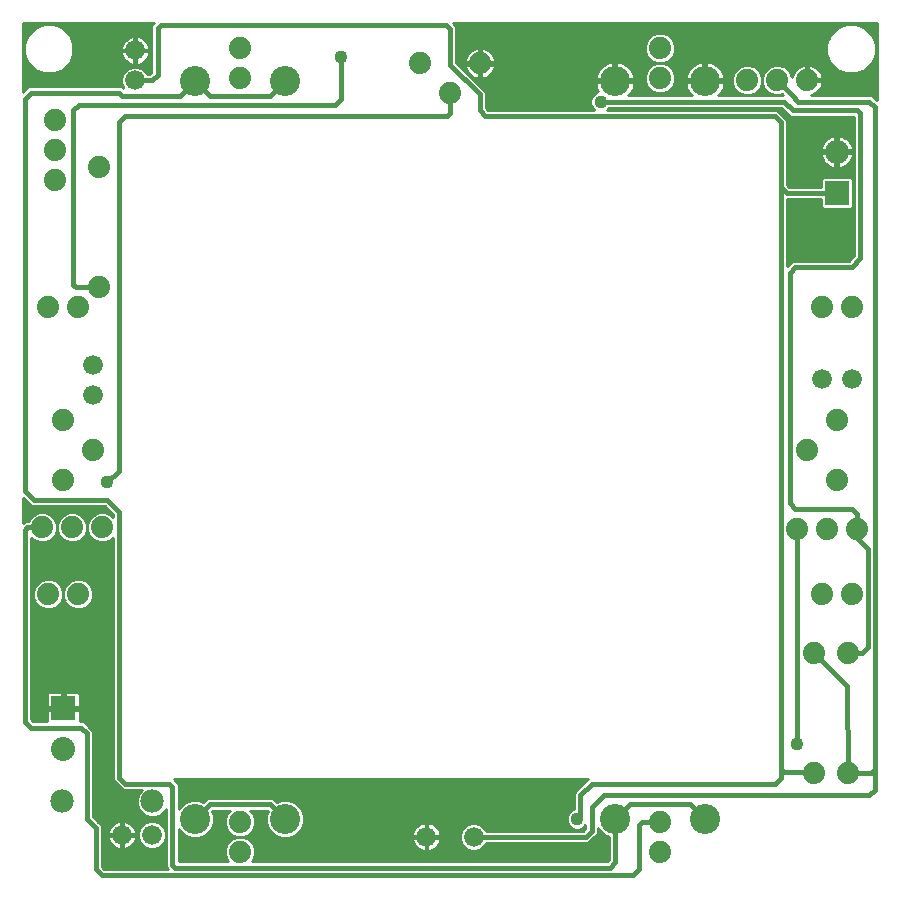
<source format=gbl>
G75*
%MOIN*%
%OFA0B0*%
%FSLAX24Y24*%
%IPPOS*%
%LPD*%
%AMOC8*
5,1,8,0,0,1.08239X$1,22.5*
%
%ADD10C,0.0800*%
%ADD11R,0.0800X0.0800*%
%ADD12C,0.0780*%
%ADD13C,0.0660*%
%ADD14C,0.0740*%
%ADD15C,0.1005*%
%ADD16C,0.0100*%
%ADD17C,0.0160*%
%ADD18C,0.0436*%
D10*
X001803Y004615D03*
X027590Y024536D03*
D11*
X027590Y023158D03*
X001803Y005993D03*
D12*
X001779Y002882D03*
X004779Y002882D03*
D13*
X004761Y001760D03*
X003761Y001760D03*
X013909Y001701D03*
X015484Y001701D03*
X002787Y016422D03*
X002787Y017422D03*
X004202Y026912D03*
X004202Y027912D03*
X027090Y016957D03*
X028090Y016957D03*
D14*
X027590Y015595D03*
X026590Y014595D03*
X027590Y013595D03*
X027255Y011949D03*
X026255Y011949D03*
X028255Y011949D03*
X028090Y009792D03*
X027090Y009792D03*
X026822Y007835D03*
X027964Y007835D03*
X027964Y003835D03*
X026822Y003835D03*
X021696Y002201D03*
X021696Y001201D03*
X007696Y001201D03*
X007696Y002201D03*
X002303Y009792D03*
X001303Y009792D03*
X001098Y012016D03*
X002098Y012016D03*
X003098Y012016D03*
X001803Y013595D03*
X002803Y014595D03*
X001803Y015595D03*
X002303Y019359D03*
X003011Y020012D03*
X001303Y019359D03*
X001527Y023587D03*
X001527Y024587D03*
X001527Y025587D03*
X003011Y024012D03*
X007696Y026989D03*
X007696Y027989D03*
X013696Y027489D03*
X014696Y026489D03*
X015696Y027489D03*
X021696Y027989D03*
X021696Y026989D03*
X024602Y026926D03*
X025602Y026926D03*
X026602Y026926D03*
X027090Y019359D03*
X028090Y019359D03*
D15*
X023196Y026898D03*
X020196Y026898D03*
X009196Y026898D03*
X006196Y026898D03*
X006196Y002292D03*
X009196Y002292D03*
X020196Y002292D03*
X023196Y002292D03*
D16*
X019988Y001694D02*
X019990Y000942D01*
X019928Y000880D01*
X008082Y000880D01*
X008120Y000918D01*
X008196Y001102D01*
X008196Y001301D01*
X008120Y001485D01*
X007980Y001625D01*
X007796Y001701D01*
X007597Y001701D01*
X007413Y001625D01*
X007272Y001485D01*
X007196Y001301D01*
X007196Y001102D01*
X007272Y000918D01*
X007311Y000880D01*
X005654Y000880D01*
X005654Y001948D01*
X005660Y001934D01*
X005838Y001756D01*
X006071Y001659D01*
X006322Y001659D01*
X006555Y001756D01*
X006733Y001934D01*
X006829Y002166D01*
X006829Y002418D01*
X006767Y002566D01*
X006775Y002574D01*
X007362Y002574D01*
X007272Y002485D01*
X007196Y002301D01*
X007196Y002102D01*
X007272Y001918D01*
X007413Y001777D01*
X007597Y001701D01*
X007796Y001701D01*
X007980Y001777D01*
X008120Y001918D01*
X008196Y002102D01*
X008196Y002301D01*
X008120Y002485D01*
X008031Y002574D01*
X008617Y002574D01*
X008625Y002566D01*
X008564Y002418D01*
X008564Y002166D01*
X008660Y001934D01*
X008838Y001756D01*
X009071Y001659D01*
X009322Y001659D01*
X009555Y001756D01*
X009733Y001934D01*
X009829Y002166D01*
X009829Y002418D01*
X009733Y002650D01*
X009555Y002828D01*
X009322Y002924D01*
X009071Y002924D01*
X008922Y002863D01*
X008914Y002871D01*
X008791Y002994D01*
X006601Y002994D01*
X006470Y002863D01*
X006322Y002924D01*
X006071Y002924D01*
X005838Y002828D01*
X005660Y002650D01*
X005654Y002636D01*
X005654Y003462D01*
X005531Y003585D01*
X005483Y003633D01*
X019284Y003633D01*
X019211Y003560D01*
X018817Y003166D01*
X018817Y002623D01*
X018731Y002587D01*
X018634Y002489D01*
X018581Y002361D01*
X018581Y002223D01*
X018634Y002095D01*
X018731Y001997D01*
X018859Y001944D01*
X018998Y001944D01*
X019126Y001997D01*
X019211Y002082D01*
X019211Y001985D01*
X019137Y001911D01*
X015895Y001911D01*
X015874Y001962D01*
X015744Y002091D01*
X015575Y002161D01*
X015392Y002161D01*
X015223Y002091D01*
X015094Y001962D01*
X015024Y001793D01*
X015024Y001610D01*
X015094Y001441D01*
X015223Y001311D01*
X015392Y001241D01*
X015575Y001241D01*
X015744Y001311D01*
X015874Y001441D01*
X015895Y001491D01*
X019311Y001491D01*
X019508Y001688D01*
X019631Y001811D01*
X019631Y002005D01*
X019660Y001934D01*
X019838Y001756D01*
X019988Y001694D01*
X019967Y001703D02*
X019522Y001703D01*
X019621Y001801D02*
X019793Y001801D01*
X019694Y001900D02*
X019631Y001900D01*
X019631Y001998D02*
X019633Y001998D01*
X019211Y001998D02*
X019127Y001998D01*
X019424Y001604D02*
X019988Y001604D01*
X019989Y001506D02*
X019325Y001506D01*
X018730Y001998D02*
X015838Y001998D01*
X015732Y002097D02*
X018633Y002097D01*
X018592Y002195D02*
X009829Y002195D01*
X009829Y002294D02*
X018581Y002294D01*
X018593Y002392D02*
X009829Y002392D01*
X009799Y002491D02*
X018635Y002491D01*
X018736Y002589D02*
X009758Y002589D01*
X009695Y002688D02*
X018817Y002688D01*
X018817Y002786D02*
X009597Y002786D01*
X009419Y002885D02*
X018817Y002885D01*
X018817Y002983D02*
X008802Y002983D01*
X008901Y002885D02*
X008974Y002885D01*
X008594Y002491D02*
X008114Y002491D01*
X008159Y002392D02*
X008564Y002392D01*
X008564Y002294D02*
X008196Y002294D01*
X008196Y002195D02*
X008564Y002195D01*
X008593Y002097D02*
X008194Y002097D01*
X008153Y001998D02*
X008633Y001998D01*
X008694Y001900D02*
X008102Y001900D01*
X008003Y001801D02*
X008793Y001801D01*
X008967Y001703D02*
X007799Y001703D01*
X007594Y001703D02*
X006426Y001703D01*
X006600Y001801D02*
X007390Y001801D01*
X007291Y001900D02*
X006698Y001900D01*
X006759Y001998D02*
X007239Y001998D01*
X007199Y002097D02*
X006800Y002097D01*
X006829Y002195D02*
X007196Y002195D01*
X007196Y002294D02*
X006829Y002294D01*
X006829Y002392D02*
X007234Y002392D01*
X007278Y002491D02*
X006799Y002491D01*
X006492Y002885D02*
X006419Y002885D01*
X006590Y002983D02*
X005654Y002983D01*
X005654Y002885D02*
X005974Y002885D01*
X005796Y002786D02*
X005654Y002786D01*
X005654Y002688D02*
X005697Y002688D01*
X005654Y003082D02*
X018817Y003082D01*
X018831Y003180D02*
X005654Y003180D01*
X005654Y003279D02*
X018929Y003279D01*
X019028Y003377D02*
X005654Y003377D01*
X005640Y003476D02*
X019126Y003476D01*
X019225Y003574D02*
X005542Y003574D01*
X005531Y003585D02*
X005531Y003585D01*
X004424Y003263D02*
X004338Y003177D01*
X004259Y002986D01*
X004259Y002779D01*
X004338Y002588D01*
X004484Y002442D01*
X004676Y002362D01*
X004882Y002362D01*
X005074Y002442D01*
X005220Y002588D01*
X005234Y002623D01*
X005234Y000681D01*
X005284Y000632D01*
X003169Y000632D01*
X003095Y000706D01*
X003095Y002084D01*
X002972Y002207D01*
X002800Y002379D01*
X002800Y005233D01*
X002677Y005356D01*
X002480Y005553D01*
X002347Y005553D01*
X002353Y005573D01*
X002353Y005943D01*
X001853Y005943D01*
X001853Y006043D01*
X002353Y006043D01*
X002353Y006412D01*
X002342Y006451D01*
X002323Y006485D01*
X002295Y006513D01*
X002261Y006532D01*
X002222Y006543D01*
X001853Y006543D01*
X001853Y006043D01*
X001753Y006043D01*
X001753Y006543D01*
X001383Y006543D01*
X001345Y006532D01*
X001311Y006513D01*
X001283Y006485D01*
X001263Y006451D01*
X001253Y006412D01*
X001253Y006043D01*
X001753Y006043D01*
X001753Y005943D01*
X001253Y005943D01*
X001253Y005573D01*
X001258Y005553D01*
X000807Y005553D01*
X000733Y005627D01*
X000733Y011674D01*
X000815Y011592D01*
X000998Y011516D01*
X001197Y011516D01*
X001381Y011592D01*
X001522Y011733D01*
X001598Y011917D01*
X001674Y011733D01*
X001815Y011592D01*
X001998Y011516D01*
X002197Y011516D01*
X002381Y011592D01*
X002522Y011733D01*
X002598Y011917D01*
X002674Y011733D01*
X002815Y011592D01*
X002998Y011516D01*
X003197Y011516D01*
X003381Y011592D01*
X003463Y011674D01*
X003463Y003583D01*
X003586Y003460D01*
X003783Y003263D01*
X004424Y003263D01*
X004341Y003180D02*
X002800Y003180D01*
X002800Y003082D02*
X004299Y003082D01*
X004259Y002983D02*
X002800Y002983D01*
X002800Y002885D02*
X004259Y002885D01*
X004259Y002786D02*
X002800Y002786D01*
X002800Y002688D02*
X004297Y002688D01*
X004338Y002589D02*
X002800Y002589D01*
X002800Y002491D02*
X004436Y002491D01*
X004604Y002392D02*
X002800Y002392D01*
X002885Y002294D02*
X005234Y002294D01*
X005234Y002392D02*
X004954Y002392D01*
X005122Y002491D02*
X005234Y002491D01*
X005220Y002589D02*
X005234Y002589D01*
X005234Y002195D02*
X004914Y002195D01*
X004853Y002220D02*
X004670Y002220D01*
X004501Y002150D01*
X004371Y002021D01*
X004301Y001852D01*
X004301Y001669D01*
X004371Y001500D01*
X004501Y001370D01*
X004670Y001300D01*
X004853Y001300D01*
X005022Y001370D01*
X005151Y001500D01*
X005221Y001669D01*
X005221Y001852D01*
X005151Y002021D01*
X005022Y002150D01*
X004853Y002220D01*
X004608Y002195D02*
X003966Y002195D01*
X003946Y002205D02*
X003874Y002229D01*
X003799Y002240D01*
X003791Y002240D01*
X003791Y001790D01*
X004241Y001790D01*
X004241Y001798D01*
X004229Y001873D01*
X004206Y001945D01*
X004172Y002012D01*
X004127Y002073D01*
X004074Y002127D01*
X004013Y002171D01*
X003946Y002205D01*
X003791Y002195D02*
X003731Y002195D01*
X003731Y002240D02*
X003724Y002240D01*
X003649Y002229D01*
X003577Y002205D01*
X003510Y002171D01*
X003449Y002127D01*
X003395Y002073D01*
X003351Y002012D01*
X003316Y001945D01*
X003293Y001873D01*
X003281Y001798D01*
X003281Y001790D01*
X003731Y001790D01*
X003731Y001730D01*
X003791Y001730D01*
X003791Y001280D01*
X003799Y001280D01*
X003874Y001292D01*
X003946Y001316D01*
X004013Y001350D01*
X004074Y001394D01*
X004127Y001448D01*
X004172Y001509D01*
X004206Y001576D01*
X004229Y001648D01*
X004241Y001723D01*
X004241Y001730D01*
X003791Y001730D01*
X003791Y001790D01*
X003731Y001790D01*
X003731Y002240D01*
X003731Y002097D02*
X003791Y002097D01*
X003791Y001998D02*
X003731Y001998D01*
X003731Y001900D02*
X003791Y001900D01*
X003791Y001801D02*
X003731Y001801D01*
X003731Y001730D02*
X003281Y001730D01*
X003281Y001723D01*
X003293Y001648D01*
X003316Y001576D01*
X003351Y001509D01*
X003395Y001448D01*
X003449Y001394D01*
X003510Y001350D01*
X003577Y001316D01*
X003649Y001292D01*
X003724Y001280D01*
X003731Y001280D01*
X003731Y001730D01*
X003731Y001703D02*
X003791Y001703D01*
X003791Y001604D02*
X003731Y001604D01*
X003731Y001506D02*
X003791Y001506D01*
X003791Y001407D02*
X003731Y001407D01*
X003731Y001309D02*
X003791Y001309D01*
X003924Y001309D02*
X004650Y001309D01*
X004464Y001407D02*
X004087Y001407D01*
X004169Y001506D02*
X004369Y001506D01*
X004328Y001604D02*
X004215Y001604D01*
X004238Y001703D02*
X004301Y001703D01*
X004301Y001801D02*
X004241Y001801D01*
X004221Y001900D02*
X004321Y001900D01*
X004362Y001998D02*
X004179Y001998D01*
X004104Y002097D02*
X004447Y002097D01*
X005076Y002097D02*
X005234Y002097D01*
X005234Y001998D02*
X005161Y001998D01*
X005202Y001900D02*
X005234Y001900D01*
X005221Y001801D02*
X005234Y001801D01*
X005221Y001703D02*
X005234Y001703D01*
X005234Y001604D02*
X005194Y001604D01*
X005154Y001506D02*
X005234Y001506D01*
X005234Y001407D02*
X005058Y001407D01*
X005234Y001309D02*
X004872Y001309D01*
X005234Y001210D02*
X003095Y001210D01*
X003095Y001112D02*
X005234Y001112D01*
X005234Y001013D02*
X003095Y001013D01*
X003095Y000915D02*
X005234Y000915D01*
X005234Y000816D02*
X003095Y000816D01*
X003095Y000718D02*
X005234Y000718D01*
X005654Y000915D02*
X007276Y000915D01*
X007233Y001013D02*
X005654Y001013D01*
X005654Y001112D02*
X007196Y001112D01*
X007196Y001210D02*
X005654Y001210D01*
X005654Y001309D02*
X007200Y001309D01*
X007240Y001407D02*
X005654Y001407D01*
X005654Y001506D02*
X007293Y001506D01*
X007392Y001604D02*
X005654Y001604D01*
X005654Y001703D02*
X005967Y001703D01*
X005793Y001801D02*
X005654Y001801D01*
X005654Y001900D02*
X005694Y001900D01*
X003557Y002195D02*
X002984Y002195D01*
X003082Y002097D02*
X003419Y002097D01*
X003344Y001998D02*
X003095Y001998D01*
X003095Y001900D02*
X003302Y001900D01*
X003282Y001801D02*
X003095Y001801D01*
X003095Y001703D02*
X003285Y001703D01*
X003307Y001604D02*
X003095Y001604D01*
X003095Y001506D02*
X003353Y001506D01*
X003436Y001407D02*
X003095Y001407D01*
X003095Y001309D02*
X003599Y001309D01*
X003767Y003279D02*
X002800Y003279D01*
X002800Y003377D02*
X003669Y003377D01*
X003570Y003476D02*
X002800Y003476D01*
X002800Y003574D02*
X003472Y003574D01*
X003463Y003673D02*
X002800Y003673D01*
X002800Y003771D02*
X003463Y003771D01*
X003463Y003870D02*
X002800Y003870D01*
X002800Y003968D02*
X003463Y003968D01*
X003463Y004067D02*
X002800Y004067D01*
X002800Y004165D02*
X003463Y004165D01*
X003463Y004264D02*
X002800Y004264D01*
X002800Y004362D02*
X003463Y004362D01*
X003463Y004461D02*
X002800Y004461D01*
X002800Y004559D02*
X003463Y004559D01*
X003463Y004658D02*
X002800Y004658D01*
X002800Y004756D02*
X003463Y004756D01*
X003463Y004855D02*
X002800Y004855D01*
X002800Y004953D02*
X003463Y004953D01*
X003463Y005052D02*
X002800Y005052D01*
X002800Y005150D02*
X003463Y005150D01*
X003463Y005249D02*
X002785Y005249D01*
X002686Y005347D02*
X003463Y005347D01*
X003463Y005446D02*
X002588Y005446D01*
X002489Y005544D02*
X003463Y005544D01*
X003463Y005643D02*
X002353Y005643D01*
X002353Y005741D02*
X003463Y005741D01*
X003463Y005840D02*
X002353Y005840D01*
X002353Y005938D02*
X003463Y005938D01*
X003463Y006037D02*
X001853Y006037D01*
X001853Y006135D02*
X001753Y006135D01*
X001753Y006037D02*
X000733Y006037D01*
X000733Y006135D02*
X001253Y006135D01*
X001253Y006234D02*
X000733Y006234D01*
X000733Y006332D02*
X001253Y006332D01*
X001257Y006431D02*
X000733Y006431D01*
X000733Y006529D02*
X001339Y006529D01*
X001753Y006529D02*
X001853Y006529D01*
X001853Y006431D02*
X001753Y006431D01*
X001753Y006332D02*
X001853Y006332D01*
X001853Y006234D02*
X001753Y006234D01*
X001253Y005938D02*
X000733Y005938D01*
X000733Y005840D02*
X001253Y005840D01*
X001253Y005741D02*
X000733Y005741D01*
X000733Y005643D02*
X001253Y005643D01*
X000733Y006628D02*
X003463Y006628D01*
X003463Y006726D02*
X000733Y006726D01*
X000733Y006825D02*
X003463Y006825D01*
X003463Y006923D02*
X000733Y006923D01*
X000733Y007022D02*
X003463Y007022D01*
X003463Y007120D02*
X000733Y007120D01*
X000733Y007219D02*
X003463Y007219D01*
X003463Y007317D02*
X000733Y007317D01*
X000733Y007416D02*
X003463Y007416D01*
X003463Y007514D02*
X000733Y007514D01*
X000733Y007613D02*
X003463Y007613D01*
X003463Y007711D02*
X000733Y007711D01*
X000733Y007810D02*
X003463Y007810D01*
X003463Y007908D02*
X000733Y007908D01*
X000733Y008007D02*
X003463Y008007D01*
X003463Y008105D02*
X000733Y008105D01*
X000733Y008204D02*
X003463Y008204D01*
X003463Y008302D02*
X000733Y008302D01*
X000733Y008401D02*
X003463Y008401D01*
X003463Y008499D02*
X000733Y008499D01*
X000733Y008598D02*
X003463Y008598D01*
X003463Y008696D02*
X000733Y008696D01*
X000733Y008795D02*
X003463Y008795D01*
X003463Y008893D02*
X000733Y008893D01*
X000733Y008992D02*
X003463Y008992D01*
X003463Y009090D02*
X000733Y009090D01*
X000733Y009189D02*
X003463Y009189D01*
X003463Y009287D02*
X000733Y009287D01*
X000733Y009386D02*
X001002Y009386D01*
X001019Y009368D02*
X001203Y009292D01*
X001402Y009292D01*
X001586Y009368D01*
X001727Y009509D01*
X001803Y009692D01*
X001879Y009509D01*
X002019Y009368D01*
X002203Y009292D01*
X002402Y009292D01*
X002586Y009368D01*
X002727Y009509D01*
X002803Y009692D01*
X002803Y009891D01*
X002727Y010075D01*
X003463Y010075D01*
X003463Y009977D02*
X002767Y009977D01*
X002803Y009878D02*
X003463Y009878D01*
X003463Y009780D02*
X002803Y009780D01*
X002798Y009681D02*
X003463Y009681D01*
X003463Y009583D02*
X002757Y009583D01*
X002702Y009484D02*
X003463Y009484D01*
X003463Y009386D02*
X002603Y009386D01*
X002002Y009386D02*
X001603Y009386D01*
X001702Y009484D02*
X001903Y009484D01*
X001848Y009583D02*
X001757Y009583D01*
X001798Y009681D02*
X001807Y009681D01*
X001803Y009692D02*
X001803Y009891D01*
X001879Y010075D01*
X002019Y010216D01*
X002203Y010292D01*
X002402Y010292D01*
X002586Y010216D01*
X002727Y010075D01*
X002628Y010174D02*
X003463Y010174D01*
X003463Y010272D02*
X002450Y010272D01*
X002155Y010272D02*
X001450Y010272D01*
X001402Y010292D02*
X001203Y010292D01*
X001019Y010216D01*
X000879Y010075D01*
X000803Y009891D01*
X000803Y009692D01*
X000879Y009509D01*
X001019Y009368D01*
X000903Y009484D02*
X000733Y009484D01*
X000733Y009583D02*
X000848Y009583D01*
X000807Y009681D02*
X000733Y009681D01*
X000733Y009780D02*
X000803Y009780D01*
X000803Y009878D02*
X000733Y009878D01*
X000733Y009977D02*
X000838Y009977D01*
X000879Y010075D02*
X000733Y010075D01*
X000733Y010174D02*
X000977Y010174D01*
X001155Y010272D02*
X000733Y010272D01*
X000733Y010371D02*
X003463Y010371D01*
X003463Y010469D02*
X000733Y010469D01*
X000733Y010568D02*
X003463Y010568D01*
X003463Y010666D02*
X000733Y010666D01*
X000733Y010765D02*
X003463Y010765D01*
X003463Y010863D02*
X000733Y010863D01*
X000733Y010962D02*
X003463Y010962D01*
X003463Y011060D02*
X000733Y011060D01*
X000733Y011159D02*
X003463Y011159D01*
X003463Y011257D02*
X000733Y011257D01*
X000733Y011356D02*
X003463Y011356D01*
X003463Y011454D02*
X000733Y011454D01*
X000733Y011553D02*
X000911Y011553D01*
X000756Y011651D02*
X000733Y011651D01*
X001285Y011553D02*
X001911Y011553D01*
X001756Y011651D02*
X001440Y011651D01*
X001529Y011750D02*
X001667Y011750D01*
X001626Y011848D02*
X001569Y011848D01*
X001598Y011917D02*
X001598Y012116D01*
X001674Y012300D01*
X001815Y012440D01*
X001998Y012516D01*
X002197Y012516D01*
X002381Y012440D01*
X002522Y012300D01*
X002598Y012116D01*
X002598Y011917D01*
X002598Y012116D01*
X002674Y012300D01*
X002815Y012440D01*
X002998Y012516D01*
X003197Y012516D01*
X003381Y012440D01*
X003463Y012359D01*
X003463Y012441D01*
X003192Y012712D01*
X000731Y012712D01*
X000461Y012982D01*
X000461Y012173D01*
X000515Y012226D01*
X000644Y012226D01*
X000674Y012300D01*
X000815Y012440D01*
X000998Y012516D01*
X001197Y012516D01*
X001381Y012440D01*
X001522Y012300D01*
X001598Y012116D01*
X001598Y011917D01*
X001598Y011947D02*
X001598Y011947D01*
X001598Y012045D02*
X001598Y012045D01*
X001586Y012144D02*
X001609Y012144D01*
X001650Y012242D02*
X001546Y012242D01*
X001481Y012341D02*
X001715Y012341D01*
X001814Y012439D02*
X001382Y012439D01*
X000814Y012439D02*
X000461Y012439D01*
X000461Y012341D02*
X000715Y012341D01*
X000650Y012242D02*
X000461Y012242D01*
X000461Y012538D02*
X003366Y012538D01*
X003382Y012439D02*
X003463Y012439D01*
X003268Y012636D02*
X000461Y012636D01*
X000461Y012735D02*
X000709Y012735D01*
X000610Y012833D02*
X000461Y012833D01*
X000461Y012932D02*
X000512Y012932D01*
X002285Y011553D02*
X002911Y011553D01*
X002756Y011651D02*
X002440Y011651D01*
X002529Y011750D02*
X002667Y011750D01*
X002626Y011848D02*
X002569Y011848D01*
X002598Y011947D02*
X002598Y011947D01*
X002598Y012045D02*
X002598Y012045D01*
X002586Y012144D02*
X002609Y012144D01*
X002650Y012242D02*
X002546Y012242D01*
X002481Y012341D02*
X002715Y012341D01*
X002814Y012439D02*
X002382Y012439D01*
X003285Y011553D02*
X003463Y011553D01*
X003463Y011651D02*
X003440Y011651D01*
X001977Y010174D02*
X001628Y010174D01*
X001586Y010216D02*
X001402Y010292D01*
X001586Y010216D02*
X001727Y010075D01*
X001879Y010075D01*
X001838Y009977D02*
X001767Y009977D01*
X001803Y009891D02*
X001727Y010075D01*
X001803Y009891D02*
X001803Y009692D01*
X001803Y009780D02*
X001803Y009780D01*
X001803Y009878D02*
X001803Y009878D01*
X002267Y006529D02*
X003463Y006529D01*
X003463Y006431D02*
X002348Y006431D01*
X002353Y006332D02*
X003463Y006332D01*
X003463Y006234D02*
X002353Y006234D01*
X002353Y006135D02*
X003463Y006135D01*
X008001Y001604D02*
X013438Y001604D01*
X013441Y001589D02*
X013464Y001517D01*
X013498Y001450D01*
X013543Y001389D01*
X013596Y001335D01*
X013657Y001291D01*
X013725Y001257D01*
X013797Y001233D01*
X013871Y001221D01*
X013880Y001221D01*
X013880Y001673D01*
X013429Y001673D01*
X013429Y001664D01*
X013441Y001589D01*
X013470Y001506D02*
X008099Y001506D01*
X008152Y001407D02*
X013530Y001407D01*
X013633Y001309D02*
X008193Y001309D01*
X008196Y001210D02*
X019989Y001210D01*
X019990Y001112D02*
X008196Y001112D01*
X008160Y001013D02*
X019990Y001013D01*
X019963Y000915D02*
X008117Y000915D01*
X009426Y001703D02*
X013880Y001703D01*
X013880Y001730D02*
X013880Y001673D01*
X013938Y001673D01*
X013938Y001730D01*
X014389Y001730D01*
X014389Y001739D01*
X014377Y001814D01*
X014354Y001886D01*
X014319Y001953D01*
X014275Y002014D01*
X014222Y002068D01*
X014161Y002112D01*
X014093Y002146D01*
X014021Y002170D01*
X013947Y002181D01*
X013938Y002181D01*
X013938Y001730D01*
X013880Y001730D01*
X013429Y001730D01*
X013429Y001739D01*
X013441Y001814D01*
X013464Y001886D01*
X013498Y001953D01*
X013543Y002014D01*
X013596Y002068D01*
X013657Y002112D01*
X013725Y002146D01*
X013797Y002170D01*
X013871Y002181D01*
X013880Y002181D01*
X013880Y001730D01*
X013938Y001703D02*
X015024Y001703D01*
X015027Y001801D02*
X014379Y001801D01*
X014347Y001900D02*
X015068Y001900D01*
X015130Y001998D02*
X014287Y001998D01*
X014182Y002097D02*
X015236Y002097D01*
X015026Y001604D02*
X014380Y001604D01*
X014377Y001589D02*
X014389Y001664D01*
X014389Y001673D01*
X013938Y001673D01*
X013938Y001221D01*
X013947Y001221D01*
X014021Y001233D01*
X014093Y001257D01*
X014161Y001291D01*
X014222Y001335D01*
X014275Y001389D01*
X014319Y001450D01*
X014354Y001517D01*
X014377Y001589D01*
X014348Y001506D02*
X015067Y001506D01*
X015128Y001407D02*
X014288Y001407D01*
X014185Y001309D02*
X015230Y001309D01*
X015737Y001309D02*
X019989Y001309D01*
X019989Y001407D02*
X015840Y001407D01*
X013938Y001407D02*
X013880Y001407D01*
X013880Y001309D02*
X013938Y001309D01*
X013938Y001506D02*
X013880Y001506D01*
X013880Y001604D02*
X013938Y001604D01*
X013938Y001801D02*
X013880Y001801D01*
X013880Y001900D02*
X013938Y001900D01*
X013938Y001998D02*
X013880Y001998D01*
X013880Y002097D02*
X013938Y002097D01*
X013636Y002097D02*
X009800Y002097D01*
X009759Y001998D02*
X013531Y001998D01*
X013471Y001900D02*
X009698Y001900D01*
X009600Y001801D02*
X013439Y001801D01*
X025930Y020712D02*
X025930Y022948D01*
X027060Y022948D01*
X027060Y022704D01*
X027136Y022628D01*
X028044Y022628D01*
X028120Y022704D01*
X028120Y023612D01*
X028044Y023688D01*
X027136Y023688D01*
X027060Y023612D01*
X027060Y023368D01*
X026004Y023368D01*
X025930Y023442D01*
X025930Y025607D01*
X025807Y025730D01*
X025733Y025804D01*
X025610Y025927D01*
X019926Y025927D01*
X019998Y025999D01*
X025731Y025999D01*
X025904Y025827D01*
X026027Y025704D01*
X028167Y025704D01*
X028167Y021080D01*
X027995Y020907D01*
X026125Y020907D01*
X026002Y020784D01*
X025930Y020712D01*
X025930Y020713D02*
X025931Y020713D01*
X025930Y020812D02*
X026029Y020812D01*
X025930Y020910D02*
X027998Y020910D01*
X028096Y021009D02*
X025930Y021009D01*
X025930Y021107D02*
X028167Y021107D01*
X028167Y021206D02*
X025930Y021206D01*
X025930Y021304D02*
X028167Y021304D01*
X028167Y021403D02*
X025930Y021403D01*
X025930Y021501D02*
X028167Y021501D01*
X028167Y021600D02*
X025930Y021600D01*
X025930Y021698D02*
X028167Y021698D01*
X028167Y021797D02*
X025930Y021797D01*
X025930Y021895D02*
X028167Y021895D01*
X028167Y021994D02*
X025930Y021994D01*
X025930Y022092D02*
X028167Y022092D01*
X028167Y022191D02*
X025930Y022191D01*
X025930Y022289D02*
X028167Y022289D01*
X028167Y022388D02*
X025930Y022388D01*
X025930Y022486D02*
X028167Y022486D01*
X028167Y022585D02*
X025930Y022585D01*
X025930Y022683D02*
X027081Y022683D01*
X027060Y022782D02*
X025930Y022782D01*
X025930Y022880D02*
X027060Y022880D01*
X027060Y023373D02*
X025999Y023373D01*
X025930Y023471D02*
X027060Y023471D01*
X027060Y023570D02*
X025930Y023570D01*
X025930Y023668D02*
X027116Y023668D01*
X027309Y024062D02*
X025930Y024062D01*
X025930Y023964D02*
X028167Y023964D01*
X028167Y024062D02*
X027871Y024062D01*
X027878Y024066D02*
X027948Y024117D01*
X028010Y024178D01*
X028060Y024248D01*
X028100Y024325D01*
X028127Y024407D01*
X028139Y024486D01*
X027640Y024486D01*
X027640Y023987D01*
X027719Y024000D01*
X027801Y024026D01*
X027878Y024066D01*
X027992Y024161D02*
X028167Y024161D01*
X028167Y024259D02*
X028066Y024259D01*
X028110Y024358D02*
X028167Y024358D01*
X028167Y024456D02*
X028134Y024456D01*
X028167Y024555D02*
X027640Y024555D01*
X027640Y024586D02*
X028139Y024586D01*
X028127Y024665D01*
X028100Y024747D01*
X028060Y024824D01*
X028010Y024894D01*
X027948Y024956D01*
X027878Y025006D01*
X027801Y025046D01*
X027719Y025072D01*
X027640Y025085D01*
X027640Y024586D01*
X027540Y024586D01*
X027540Y024486D01*
X027041Y024486D01*
X027054Y024407D01*
X027080Y024325D01*
X027120Y024248D01*
X027171Y024178D01*
X027232Y024117D01*
X027302Y024066D01*
X027379Y024026D01*
X027461Y024000D01*
X027540Y023987D01*
X027540Y024486D01*
X027640Y024486D01*
X027640Y024586D01*
X027640Y024653D02*
X027540Y024653D01*
X027540Y024586D02*
X027540Y025085D01*
X027461Y025072D01*
X027379Y025046D01*
X027302Y025006D01*
X027232Y024956D01*
X027171Y024894D01*
X027120Y024824D01*
X027080Y024747D01*
X027054Y024665D01*
X027041Y024586D01*
X027540Y024586D01*
X027540Y024555D02*
X025930Y024555D01*
X025930Y024653D02*
X027052Y024653D01*
X027083Y024752D02*
X025930Y024752D01*
X025930Y024850D02*
X027138Y024850D01*
X027225Y024949D02*
X025930Y024949D01*
X025930Y025047D02*
X027383Y025047D01*
X027540Y025047D02*
X027640Y025047D01*
X027640Y024949D02*
X027540Y024949D01*
X027540Y024850D02*
X027640Y024850D01*
X027640Y024752D02*
X027540Y024752D01*
X027540Y024456D02*
X027640Y024456D01*
X027640Y024358D02*
X027540Y024358D01*
X027540Y024259D02*
X027640Y024259D01*
X027640Y024161D02*
X027540Y024161D01*
X027540Y024062D02*
X027640Y024062D01*
X028064Y023668D02*
X028167Y023668D01*
X028167Y023570D02*
X028120Y023570D01*
X028120Y023471D02*
X028167Y023471D01*
X028167Y023373D02*
X028120Y023373D01*
X028120Y023274D02*
X028167Y023274D01*
X028167Y023176D02*
X028120Y023176D01*
X028120Y023077D02*
X028167Y023077D01*
X028167Y022979D02*
X028120Y022979D01*
X028120Y022880D02*
X028167Y022880D01*
X028167Y022782D02*
X028120Y022782D01*
X028099Y022683D02*
X028167Y022683D01*
X028167Y023767D02*
X025930Y023767D01*
X025930Y023865D02*
X028167Y023865D01*
X028128Y024653D02*
X028167Y024653D01*
X028167Y024752D02*
X028098Y024752D01*
X028042Y024850D02*
X028167Y024850D01*
X028167Y024949D02*
X027955Y024949D01*
X027797Y025047D02*
X028167Y025047D01*
X028167Y025146D02*
X025930Y025146D01*
X025930Y025244D02*
X028167Y025244D01*
X028167Y025343D02*
X025930Y025343D01*
X025930Y025441D02*
X028167Y025441D01*
X028167Y025540D02*
X025930Y025540D01*
X025899Y025638D02*
X028167Y025638D01*
X028931Y026248D02*
X028760Y026419D01*
X026726Y026419D01*
X026801Y026444D01*
X026874Y026481D01*
X026941Y026529D01*
X026998Y026587D01*
X027047Y026653D01*
X027084Y026726D01*
X027109Y026804D01*
X027122Y026885D01*
X027122Y026896D01*
X026632Y026896D01*
X026632Y026956D01*
X026572Y026956D01*
X026572Y027446D01*
X026561Y027446D01*
X026480Y027433D01*
X026402Y027408D01*
X026329Y027371D01*
X026263Y027322D01*
X026205Y027265D01*
X026157Y027198D01*
X026120Y027125D01*
X026095Y027048D01*
X026094Y027044D01*
X026026Y027209D01*
X025885Y027350D01*
X025701Y027426D01*
X025502Y027426D01*
X025319Y027350D01*
X025178Y027209D01*
X025102Y027025D01*
X025102Y026826D01*
X025178Y026643D01*
X025319Y026502D01*
X025502Y026426D01*
X024702Y026426D01*
X024701Y026426D02*
X024885Y026502D01*
X025026Y026643D01*
X025102Y026826D01*
X025102Y027025D01*
X025026Y027209D01*
X024885Y027350D01*
X024701Y027426D01*
X024502Y027426D01*
X024319Y027350D01*
X024178Y027209D01*
X024102Y027025D01*
X024102Y026826D01*
X024178Y026643D01*
X024319Y026502D01*
X024502Y026426D01*
X023647Y026426D01*
X023640Y026419D02*
X023688Y026467D01*
X023740Y026535D01*
X023783Y026609D01*
X023816Y026688D01*
X023838Y026771D01*
X023848Y026848D01*
X023246Y026848D01*
X023246Y026948D01*
X023146Y026948D01*
X023146Y026848D01*
X022545Y026848D01*
X022555Y026771D01*
X022577Y026688D01*
X022610Y026609D01*
X022653Y026535D01*
X022705Y026467D01*
X022753Y026419D01*
X020640Y026419D01*
X020688Y026467D01*
X020740Y026535D01*
X020783Y026609D01*
X020816Y026688D01*
X020838Y026771D01*
X020848Y026848D01*
X020246Y026848D01*
X020246Y026948D01*
X020146Y026948D01*
X020146Y026848D01*
X019545Y026848D01*
X019555Y026771D01*
X019577Y026688D01*
X019610Y026609D01*
X019641Y026555D01*
X019519Y026504D01*
X019421Y026406D01*
X019368Y026278D01*
X019368Y026140D01*
X019421Y026012D01*
X019506Y025927D01*
X015964Y025927D01*
X015891Y026001D01*
X015891Y026532D01*
X015768Y026655D01*
X014906Y027517D01*
X014906Y028714D01*
X014790Y028830D01*
X028931Y028830D01*
X028931Y026248D01*
X028931Y026328D02*
X028851Y026328D01*
X028931Y026426D02*
X026747Y026426D01*
X026934Y026525D02*
X028931Y026525D01*
X028931Y026623D02*
X027025Y026623D01*
X027081Y026722D02*
X028931Y026722D01*
X028931Y026820D02*
X027112Y026820D01*
X027122Y026956D02*
X027122Y026967D01*
X027109Y027048D01*
X027084Y027125D01*
X027047Y027198D01*
X026998Y027265D01*
X026941Y027322D01*
X026874Y027371D01*
X026801Y027408D01*
X026724Y027433D01*
X026643Y027446D01*
X026632Y027446D01*
X026632Y026956D01*
X027122Y026956D01*
X027114Y027017D02*
X028931Y027017D01*
X028931Y026919D02*
X026632Y026919D01*
X026632Y027017D02*
X026572Y027017D01*
X026572Y027116D02*
X026632Y027116D01*
X026632Y027214D02*
X026572Y027214D01*
X026572Y027313D02*
X026632Y027313D01*
X026632Y027411D02*
X026572Y027411D01*
X026413Y027411D02*
X025737Y027411D01*
X025922Y027313D02*
X026253Y027313D01*
X026169Y027214D02*
X026021Y027214D01*
X026064Y027116D02*
X026117Y027116D01*
X026791Y027411D02*
X027461Y027411D01*
X027371Y027501D02*
X027602Y027270D01*
X027903Y027145D01*
X028029Y027145D01*
X028230Y027145D01*
X028531Y027270D01*
X028762Y027501D01*
X028886Y027802D01*
X028886Y028128D01*
X028762Y028430D01*
X028531Y028660D01*
X028531Y028660D01*
X028230Y028785D01*
X027903Y028785D01*
X027602Y028660D01*
X027371Y028430D01*
X027371Y028430D01*
X027246Y028128D01*
X027246Y027802D01*
X027371Y027501D01*
X027371Y027501D01*
X027368Y027510D02*
X023426Y027510D01*
X023407Y027517D02*
X023324Y027540D01*
X023246Y027550D01*
X023246Y026948D01*
X023848Y026948D01*
X023838Y027026D01*
X023816Y027108D01*
X023783Y027187D01*
X023740Y027262D01*
X023688Y027329D01*
X023627Y027390D01*
X023560Y027442D01*
X023486Y027485D01*
X023407Y027517D01*
X023246Y027510D02*
X023146Y027510D01*
X023146Y027550D02*
X023069Y027540D01*
X022986Y027517D01*
X022907Y027485D01*
X022833Y027442D01*
X022765Y027390D01*
X022705Y027329D01*
X022653Y027262D01*
X022610Y027187D01*
X022577Y027108D01*
X022555Y027026D01*
X022545Y026948D01*
X023146Y026948D01*
X023146Y027550D01*
X023146Y027411D02*
X023246Y027411D01*
X023246Y027313D02*
X023146Y027313D01*
X023146Y027214D02*
X023246Y027214D01*
X023246Y027116D02*
X023146Y027116D01*
X023146Y027017D02*
X023246Y027017D01*
X023246Y026919D02*
X024102Y026919D01*
X024102Y027017D02*
X023839Y027017D01*
X023813Y027116D02*
X024139Y027116D01*
X024183Y027214D02*
X023767Y027214D01*
X023701Y027313D02*
X024282Y027313D01*
X024467Y027411D02*
X023600Y027411D01*
X023844Y026820D02*
X024104Y026820D01*
X024145Y026722D02*
X023825Y026722D01*
X023789Y026623D02*
X024197Y026623D01*
X024296Y026525D02*
X023732Y026525D01*
X023640Y026419D02*
X025806Y026419D01*
X025771Y026455D01*
X025701Y026426D01*
X025502Y026426D01*
X025702Y026426D02*
X025799Y026426D01*
X025296Y026525D02*
X024908Y026525D01*
X025006Y026623D02*
X025197Y026623D01*
X025145Y026722D02*
X025058Y026722D01*
X025099Y026820D02*
X025104Y026820D01*
X025102Y026919D02*
X025102Y026919D01*
X025102Y027017D02*
X025102Y027017D01*
X025139Y027116D02*
X025064Y027116D01*
X025021Y027214D02*
X025183Y027214D01*
X025282Y027313D02*
X024922Y027313D01*
X024737Y027411D02*
X025467Y027411D01*
X024701Y026426D02*
X024502Y026426D01*
X025702Y025835D02*
X025896Y025835D01*
X025904Y025827D02*
X025904Y025827D01*
X025994Y025737D02*
X025801Y025737D01*
X025797Y025934D02*
X019933Y025934D01*
X019499Y025934D02*
X015958Y025934D01*
X015891Y026032D02*
X019413Y026032D01*
X019372Y026131D02*
X015891Y026131D01*
X015891Y026229D02*
X019368Y026229D01*
X019388Y026328D02*
X015891Y026328D01*
X015891Y026426D02*
X019441Y026426D01*
X019568Y026525D02*
X015891Y026525D01*
X015800Y026623D02*
X019604Y026623D01*
X019568Y026722D02*
X015701Y026722D01*
X015603Y026820D02*
X019549Y026820D01*
X019545Y026948D02*
X020146Y026948D01*
X020146Y027550D01*
X020069Y027540D01*
X019986Y027517D01*
X019907Y027485D01*
X019833Y027442D01*
X019765Y027390D01*
X019705Y027329D01*
X019653Y027262D01*
X019610Y027187D01*
X019577Y027108D01*
X019555Y027026D01*
X019545Y026948D01*
X019554Y027017D02*
X015916Y027017D01*
X015896Y027007D02*
X015969Y027044D01*
X016035Y027092D01*
X016093Y027150D01*
X016141Y027216D01*
X016178Y027289D01*
X016204Y027367D01*
X016215Y027440D01*
X015745Y027440D01*
X015745Y026970D01*
X015818Y026982D01*
X015896Y027007D01*
X015745Y027017D02*
X015648Y027017D01*
X015648Y026970D02*
X015648Y027440D01*
X015745Y027440D01*
X015745Y027537D01*
X016215Y027537D01*
X016204Y027611D01*
X016178Y027688D01*
X016141Y027761D01*
X016093Y027828D01*
X016035Y027885D01*
X015969Y027934D01*
X015896Y027971D01*
X015818Y027996D01*
X015745Y028008D01*
X015745Y027537D01*
X015648Y027537D01*
X015648Y027440D01*
X015178Y027440D01*
X015189Y027367D01*
X015214Y027289D01*
X015252Y027216D01*
X015300Y027150D01*
X015358Y027092D01*
X015424Y027044D01*
X015497Y027007D01*
X015575Y026982D01*
X015648Y026970D01*
X015648Y027116D02*
X015745Y027116D01*
X015745Y027214D02*
X015648Y027214D01*
X015648Y027313D02*
X015745Y027313D01*
X015745Y027411D02*
X015648Y027411D01*
X015648Y027510D02*
X014913Y027510D01*
X014906Y027608D02*
X015189Y027608D01*
X015189Y027611D02*
X015178Y027537D01*
X015648Y027537D01*
X015648Y028008D01*
X015575Y027996D01*
X015497Y027971D01*
X015424Y027934D01*
X015358Y027885D01*
X015300Y027828D01*
X015252Y027761D01*
X015214Y027688D01*
X015189Y027611D01*
X015224Y027707D02*
X014906Y027707D01*
X014906Y027805D02*
X015283Y027805D01*
X015383Y027904D02*
X014906Y027904D01*
X014906Y028002D02*
X015613Y028002D01*
X015648Y028002D02*
X015745Y028002D01*
X015780Y028002D02*
X021196Y028002D01*
X021196Y028088D02*
X021196Y027889D01*
X021272Y027706D01*
X021272Y027707D02*
X016169Y027707D01*
X016204Y027608D02*
X021370Y027608D01*
X021413Y027565D02*
X021272Y027706D01*
X021231Y027805D02*
X016109Y027805D01*
X016010Y027904D02*
X021196Y027904D01*
X021196Y028088D02*
X021272Y028272D01*
X021413Y028413D01*
X021597Y028489D01*
X021796Y028489D01*
X021980Y028413D01*
X022120Y028272D01*
X022196Y028088D01*
X022196Y027889D01*
X022120Y027706D01*
X021980Y027565D01*
X021796Y027489D01*
X021597Y027489D01*
X021413Y027565D01*
X021547Y027510D02*
X020426Y027510D01*
X020407Y027517D02*
X020324Y027540D01*
X020246Y027550D01*
X020246Y026948D01*
X020848Y026948D01*
X020838Y027026D01*
X020816Y027108D01*
X020783Y027187D01*
X020740Y027262D01*
X020688Y027329D01*
X020627Y027390D01*
X020560Y027442D01*
X020486Y027485D01*
X020407Y027517D01*
X020246Y027510D02*
X020146Y027510D01*
X020146Y027411D02*
X020246Y027411D01*
X020246Y027313D02*
X020146Y027313D01*
X020146Y027214D02*
X020246Y027214D01*
X020246Y027116D02*
X020146Y027116D01*
X020146Y027017D02*
X020246Y027017D01*
X020246Y026919D02*
X021196Y026919D01*
X021196Y026889D02*
X021272Y026706D01*
X021413Y026565D01*
X021597Y026489D01*
X021796Y026489D01*
X021980Y026565D01*
X022120Y026706D01*
X022196Y026889D01*
X022196Y027088D01*
X022120Y027272D01*
X021980Y027413D01*
X021796Y027489D01*
X021597Y027489D01*
X021413Y027413D01*
X021272Y027272D01*
X021196Y027088D01*
X021196Y026889D01*
X021225Y026820D02*
X020844Y026820D01*
X020825Y026722D02*
X021266Y026722D01*
X021355Y026623D02*
X020789Y026623D01*
X020732Y026525D02*
X021510Y026525D01*
X021882Y026525D02*
X022661Y026525D01*
X022604Y026623D02*
X022038Y026623D01*
X022127Y026722D02*
X022568Y026722D01*
X022549Y026820D02*
X022168Y026820D01*
X022196Y026919D02*
X023146Y026919D01*
X022625Y027214D02*
X022144Y027214D01*
X022185Y027116D02*
X022580Y027116D01*
X022554Y027017D02*
X022196Y027017D01*
X022080Y027313D02*
X022692Y027313D01*
X022793Y027411D02*
X021981Y027411D01*
X021846Y027510D02*
X022967Y027510D01*
X022161Y027805D02*
X027246Y027805D01*
X027246Y027904D02*
X022196Y027904D01*
X022196Y028002D02*
X027246Y028002D01*
X027246Y028101D02*
X022191Y028101D01*
X022150Y028199D02*
X027276Y028199D01*
X027317Y028298D02*
X022095Y028298D01*
X021996Y028396D02*
X027357Y028396D01*
X027436Y028495D02*
X014906Y028495D01*
X014906Y028593D02*
X027535Y028593D01*
X027602Y028660D02*
X027602Y028660D01*
X027677Y028692D02*
X014906Y028692D01*
X014830Y028790D02*
X028931Y028790D01*
X028931Y028692D02*
X028455Y028692D01*
X028598Y028593D02*
X028931Y028593D01*
X028931Y028495D02*
X028697Y028495D01*
X028762Y028430D02*
X028762Y028430D01*
X028775Y028396D02*
X028931Y028396D01*
X028931Y028298D02*
X028816Y028298D01*
X028857Y028199D02*
X028931Y028199D01*
X028931Y028101D02*
X028886Y028101D01*
X028886Y028002D02*
X028931Y028002D01*
X028931Y027904D02*
X028886Y027904D01*
X028886Y027805D02*
X028931Y027805D01*
X028931Y027707D02*
X028847Y027707D01*
X028806Y027608D02*
X028931Y027608D01*
X028931Y027510D02*
X028765Y027510D01*
X028762Y027501D02*
X028762Y027501D01*
X028672Y027411D02*
X028931Y027411D01*
X028931Y027313D02*
X028573Y027313D01*
X028531Y027270D02*
X028531Y027270D01*
X028396Y027214D02*
X028931Y027214D01*
X028931Y027116D02*
X027087Y027116D01*
X027035Y027214D02*
X027737Y027214D01*
X027602Y027270D02*
X027602Y027270D01*
X027559Y027313D02*
X026950Y027313D01*
X027327Y027608D02*
X022023Y027608D01*
X022121Y027707D02*
X027286Y027707D01*
X027046Y024456D02*
X025930Y024456D01*
X025930Y024358D02*
X027070Y024358D01*
X027114Y024259D02*
X025930Y024259D01*
X025930Y024161D02*
X027188Y024161D01*
X022746Y026426D02*
X020647Y026426D01*
X020839Y027017D02*
X021196Y027017D01*
X021208Y027116D02*
X020813Y027116D01*
X020767Y027214D02*
X021248Y027214D01*
X021313Y027313D02*
X020701Y027313D01*
X020600Y027411D02*
X021412Y027411D01*
X021201Y028101D02*
X014906Y028101D01*
X014906Y028199D02*
X021242Y028199D01*
X021298Y028298D02*
X014906Y028298D01*
X014906Y028396D02*
X021397Y028396D01*
X019967Y027510D02*
X015745Y027510D01*
X015745Y027608D02*
X015648Y027608D01*
X015648Y027707D02*
X015745Y027707D01*
X015745Y027805D02*
X015648Y027805D01*
X015648Y027904D02*
X015745Y027904D01*
X016211Y027411D02*
X019793Y027411D01*
X019692Y027313D02*
X016186Y027313D01*
X016140Y027214D02*
X019625Y027214D01*
X019580Y027116D02*
X016059Y027116D01*
X015504Y026919D02*
X020146Y026919D01*
X015477Y027017D02*
X015406Y027017D01*
X015334Y027116D02*
X015307Y027116D01*
X015253Y027214D02*
X015209Y027214D01*
X015207Y027313D02*
X015110Y027313D01*
X015182Y027411D02*
X015012Y027411D01*
X004742Y027411D02*
X001932Y027411D01*
X002021Y027501D02*
X001791Y027270D01*
X001791Y027270D01*
X001489Y027145D01*
X001364Y027145D01*
X001163Y027145D01*
X000862Y027270D01*
X000862Y027270D01*
X000631Y027501D01*
X000631Y027501D01*
X000506Y027802D01*
X000506Y028128D01*
X000631Y028430D01*
X000631Y028430D01*
X000862Y028660D01*
X000862Y028660D01*
X001163Y028785D01*
X001489Y028785D01*
X001791Y028660D01*
X001791Y028660D01*
X002021Y028430D01*
X002021Y028430D01*
X002146Y028128D01*
X002146Y027802D01*
X002021Y027501D01*
X002021Y027501D01*
X002025Y027510D02*
X003940Y027510D01*
X003951Y027501D02*
X004018Y027467D01*
X004090Y027444D01*
X004164Y027432D01*
X004172Y027432D01*
X004172Y027882D01*
X003722Y027882D01*
X003722Y027874D01*
X003734Y027800D01*
X003757Y027728D01*
X003792Y027660D01*
X003836Y027599D01*
X003890Y027546D01*
X003951Y027501D01*
X003830Y027608D02*
X002066Y027608D01*
X002107Y027707D02*
X003768Y027707D01*
X003733Y027805D02*
X002146Y027805D01*
X002146Y027904D02*
X004172Y027904D01*
X004172Y027882D02*
X004172Y027942D01*
X003722Y027942D01*
X003722Y027950D01*
X003734Y028024D01*
X003757Y028096D01*
X003792Y028164D01*
X003836Y028225D01*
X003890Y028278D01*
X003951Y028323D01*
X004018Y028357D01*
X004090Y028380D01*
X004164Y028392D01*
X004172Y028392D01*
X004172Y027942D01*
X004232Y027942D01*
X004232Y028392D01*
X004240Y028392D01*
X004315Y028380D01*
X004387Y028357D01*
X004454Y028323D01*
X004515Y028278D01*
X004568Y028225D01*
X004613Y028164D01*
X004647Y028096D01*
X004670Y028024D01*
X004682Y027950D01*
X004682Y027942D01*
X004232Y027942D01*
X004232Y027882D01*
X004232Y027432D01*
X004240Y027432D01*
X004315Y027444D01*
X004387Y027467D01*
X004454Y027501D01*
X004515Y027546D01*
X004568Y027599D01*
X004613Y027660D01*
X004647Y027728D01*
X004670Y027800D01*
X004682Y027874D01*
X004682Y027882D01*
X004232Y027882D01*
X004172Y027882D01*
X004232Y027904D02*
X004742Y027904D01*
X004742Y028002D02*
X004674Y028002D01*
X004645Y028101D02*
X004742Y028101D01*
X004742Y028199D02*
X004587Y028199D01*
X004488Y028298D02*
X004742Y028298D01*
X004742Y028396D02*
X002035Y028396D01*
X002076Y028298D02*
X003916Y028298D01*
X003818Y028199D02*
X002117Y028199D01*
X002146Y028101D02*
X003760Y028101D01*
X003731Y028002D02*
X002146Y028002D01*
X001957Y028495D02*
X004742Y028495D01*
X004742Y028593D02*
X001858Y028593D01*
X001715Y028692D02*
X004742Y028692D01*
X004742Y028757D02*
X004742Y027182D01*
X004682Y027122D01*
X004613Y027122D01*
X004592Y027173D01*
X004463Y027302D01*
X004294Y027372D01*
X004111Y027372D01*
X003942Y027302D01*
X003812Y027173D01*
X003742Y027004D01*
X003742Y026821D01*
X003805Y026669D01*
X003760Y026715D01*
X000633Y026715D01*
X000510Y026592D01*
X000461Y026543D01*
X000461Y028830D01*
X004816Y028830D01*
X004742Y028757D01*
X004775Y028790D02*
X000461Y028790D01*
X000461Y028692D02*
X000937Y028692D01*
X000795Y028593D02*
X000461Y028593D01*
X000461Y028495D02*
X000696Y028495D01*
X000617Y028396D02*
X000461Y028396D01*
X000461Y028298D02*
X000576Y028298D01*
X000536Y028199D02*
X000461Y028199D01*
X000461Y028101D02*
X000506Y028101D01*
X000506Y028002D02*
X000461Y028002D01*
X000461Y027904D02*
X000506Y027904D01*
X000506Y027805D02*
X000461Y027805D01*
X000461Y027707D02*
X000546Y027707D01*
X000587Y027608D02*
X000461Y027608D01*
X000461Y027510D02*
X000627Y027510D01*
X000721Y027411D02*
X000461Y027411D01*
X000461Y027313D02*
X000819Y027313D01*
X000997Y027214D02*
X000461Y027214D01*
X000461Y027116D02*
X003789Y027116D01*
X003748Y027017D02*
X000461Y027017D01*
X000461Y026919D02*
X003742Y026919D01*
X003742Y026820D02*
X000461Y026820D01*
X000461Y026722D02*
X003783Y026722D01*
X003854Y027214D02*
X001656Y027214D01*
X001489Y027145D02*
X001489Y027145D01*
X001833Y027313D02*
X003967Y027313D01*
X004172Y027510D02*
X004232Y027510D01*
X004232Y027608D02*
X004172Y027608D01*
X004172Y027707D02*
X004232Y027707D01*
X004232Y027805D02*
X004172Y027805D01*
X004172Y028002D02*
X004232Y028002D01*
X004232Y028101D02*
X004172Y028101D01*
X004172Y028199D02*
X004232Y028199D01*
X004232Y028298D02*
X004172Y028298D01*
X004671Y027805D02*
X004742Y027805D01*
X004742Y027707D02*
X004636Y027707D01*
X004575Y027608D02*
X004742Y027608D01*
X004742Y027510D02*
X004465Y027510D01*
X004437Y027313D02*
X004742Y027313D01*
X004742Y027214D02*
X004551Y027214D01*
X000542Y026623D02*
X000461Y026623D01*
D17*
X002590Y002292D02*
X002885Y001997D01*
X002885Y000619D01*
X003082Y000422D01*
X020799Y000422D01*
X020996Y000619D01*
X020996Y002095D01*
X021094Y002194D01*
X021688Y002194D01*
X021696Y002201D01*
X020688Y002784D02*
X020196Y002292D01*
X020200Y000855D01*
X020015Y000670D01*
X005543Y000670D01*
X005444Y000768D01*
X005444Y003375D01*
X005346Y003473D01*
X003870Y003473D01*
X003673Y003670D01*
X003673Y012528D01*
X003279Y012922D01*
X000818Y012922D01*
X000523Y013217D01*
X000523Y026308D01*
X000720Y026505D01*
X003673Y026505D01*
X003771Y026406D01*
X005704Y026406D01*
X006196Y026898D01*
X006688Y026406D01*
X008692Y026406D01*
X009185Y026898D01*
X009196Y026898D01*
X010858Y026111D02*
X011055Y026308D01*
X011055Y027686D01*
X010858Y026111D02*
X002334Y026111D01*
X002137Y025914D01*
X002137Y020107D01*
X002232Y020012D01*
X003011Y020012D01*
X003673Y025520D02*
X003870Y025717D01*
X014598Y025717D01*
X014696Y025816D01*
X014696Y026489D01*
X014696Y027430D02*
X014696Y028627D01*
X014555Y028768D01*
X005051Y028768D01*
X004952Y028670D01*
X004952Y027095D01*
X004769Y026912D01*
X004202Y026912D01*
X003673Y025520D02*
X003673Y013906D01*
X003279Y013512D01*
X001098Y012016D02*
X000602Y012016D01*
X000523Y011938D01*
X000523Y005540D01*
X000720Y005343D01*
X002393Y005343D01*
X002590Y005146D01*
X002590Y002292D01*
X006196Y002292D02*
X006688Y002784D01*
X008704Y002784D01*
X009196Y002292D01*
X015484Y001701D02*
X019224Y001701D01*
X019421Y001898D01*
X019421Y002686D01*
X019814Y003079D01*
X028673Y003079D01*
X028870Y003276D01*
X028870Y003965D01*
X028740Y003835D01*
X027964Y003835D01*
X027925Y006733D01*
X026822Y007835D01*
X027964Y007835D02*
X028429Y007839D01*
X028625Y008036D01*
X028622Y011296D01*
X028255Y011666D01*
X028255Y011949D01*
X028255Y012453D01*
X028082Y012627D01*
X026212Y012627D01*
X026015Y012823D01*
X026015Y020501D01*
X026212Y020697D01*
X028082Y020697D01*
X028377Y020993D01*
X028377Y025816D01*
X028279Y025914D01*
X026114Y025914D01*
X025818Y026209D01*
X019716Y026209D01*
X015877Y025717D02*
X015681Y025914D01*
X015681Y026445D01*
X014696Y027430D01*
X015877Y025717D02*
X025523Y025717D01*
X025720Y025520D01*
X025720Y023355D01*
X025917Y023158D01*
X027590Y023158D01*
X025720Y023355D02*
X025720Y003965D01*
X025720Y003670D01*
X025523Y003473D01*
X019421Y003473D01*
X019027Y003079D01*
X019027Y002390D01*
X018929Y002292D01*
X020688Y002784D02*
X022704Y002784D01*
X023196Y002292D01*
X025720Y003965D02*
X025818Y003867D01*
X026870Y003867D01*
X026822Y003835D01*
X026255Y004796D02*
X026255Y011949D01*
X028870Y003965D02*
X028870Y026012D01*
X028673Y026209D01*
X026311Y026209D01*
X026094Y026426D01*
X025602Y026926D01*
D18*
X019716Y026209D03*
X011055Y027686D03*
X003279Y013512D03*
X018929Y002292D03*
X026255Y004796D03*
M02*

</source>
